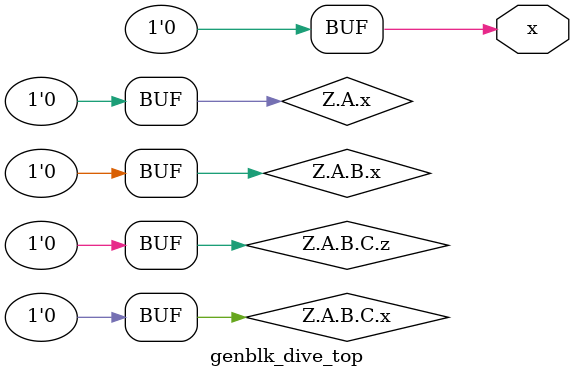
<source format=v>
`default_nettype none
module genblk_dive_top(output wire x);
	generate
		if (1) begin : Z
			if (1) begin : A
				wire x;
				if (1) begin : B
					wire x;
					if (1) begin : C
						wire x;
						assign B.x = 0;
						wire z = A.B.C.x;
					end
					assign A.x = A.B.C.x;
				end
				assign B.C.x = B.x;
			end
		end
	endgenerate
	assign x = Z.A.x;
endmodule

</source>
